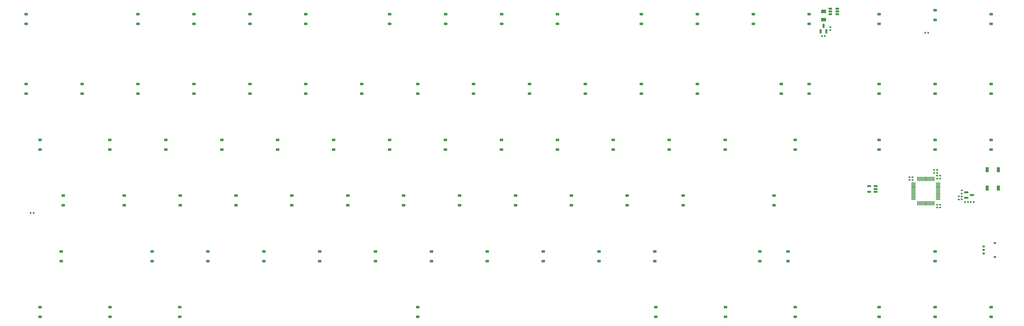
<source format=gbr>
%TF.GenerationSoftware,KiCad,Pcbnew,(7.99.0-267-g8440d7258b)*%
%TF.CreationDate,2023-05-05T04:19:59-07:00*%
%TF.ProjectId,1_2og_repro,315f326f-675f-4726-9570-726f2e6b6963,rev?*%
%TF.SameCoordinates,Original*%
%TF.FileFunction,Paste,Bot*%
%TF.FilePolarity,Positive*%
%FSLAX46Y46*%
G04 Gerber Fmt 4.6, Leading zero omitted, Abs format (unit mm)*
G04 Created by KiCad (PCBNEW (7.99.0-267-g8440d7258b)) date 2023-05-05 04:19:59*
%MOMM*%
%LPD*%
G01*
G04 APERTURE LIST*
G04 Aperture macros list*
%AMRoundRect*
0 Rectangle with rounded corners*
0 $1 Rounding radius*
0 $2 $3 $4 $5 $6 $7 $8 $9 X,Y pos of 4 corners*
0 Add a 4 corners polygon primitive as box body*
4,1,4,$2,$3,$4,$5,$6,$7,$8,$9,$2,$3,0*
0 Add four circle primitives for the rounded corners*
1,1,$1+$1,$2,$3*
1,1,$1+$1,$4,$5*
1,1,$1+$1,$6,$7*
1,1,$1+$1,$8,$9*
0 Add four rect primitives between the rounded corners*
20,1,$1+$1,$2,$3,$4,$5,0*
20,1,$1+$1,$4,$5,$6,$7,0*
20,1,$1+$1,$6,$7,$8,$9,0*
20,1,$1+$1,$8,$9,$2,$3,0*%
G04 Aperture macros list end*
%ADD10RoundRect,0.225000X0.375000X-0.225000X0.375000X0.225000X-0.375000X0.225000X-0.375000X-0.225000X0*%
%ADD11RoundRect,0.075000X0.075000X-0.662500X0.075000X0.662500X-0.075000X0.662500X-0.075000X-0.662500X0*%
%ADD12RoundRect,0.075000X0.662500X-0.075000X0.662500X0.075000X-0.662500X0.075000X-0.662500X-0.075000X0*%
%ADD13RoundRect,0.140000X-0.140000X-0.170000X0.140000X-0.170000X0.140000X0.170000X-0.140000X0.170000X0*%
%ADD14RoundRect,0.140000X-0.170000X0.140000X-0.170000X-0.140000X0.170000X-0.140000X0.170000X0.140000X0*%
%ADD15RoundRect,0.135000X0.135000X0.185000X-0.135000X0.185000X-0.135000X-0.185000X0.135000X-0.185000X0*%
%ADD16RoundRect,0.135000X0.185000X-0.135000X0.185000X0.135000X-0.185000X0.135000X-0.185000X-0.135000X0*%
%ADD17RoundRect,0.140000X0.170000X-0.140000X0.170000X0.140000X-0.170000X0.140000X-0.170000X-0.140000X0*%
%ADD18RoundRect,0.150000X0.512500X0.150000X-0.512500X0.150000X-0.512500X-0.150000X0.512500X-0.150000X0*%
%ADD19R,1.000000X1.700000*%
%ADD20RoundRect,0.150000X0.150000X-0.587500X0.150000X0.587500X-0.150000X0.587500X-0.150000X-0.587500X0*%
%ADD21RoundRect,0.140000X0.140000X0.170000X-0.140000X0.170000X-0.140000X-0.170000X0.140000X-0.170000X0*%
%ADD22RoundRect,0.150000X-0.587500X-0.150000X0.587500X-0.150000X0.587500X0.150000X-0.587500X0.150000X0*%
%ADD23RoundRect,0.150000X0.475000X0.150000X-0.475000X0.150000X-0.475000X-0.150000X0.475000X-0.150000X0*%
%ADD24RoundRect,0.250000X-0.625000X0.375000X-0.625000X-0.375000X0.625000X-0.375000X0.625000X0.375000X0*%
%ADD25RoundRect,0.135000X-0.135000X-0.185000X0.135000X-0.185000X0.135000X0.185000X-0.135000X0.185000X0*%
%ADD26RoundRect,0.150000X-0.275000X0.150000X-0.275000X-0.150000X0.275000X-0.150000X0.275000X0.150000X0*%
%ADD27RoundRect,0.175000X-0.225000X0.175000X-0.225000X-0.175000X0.225000X-0.175000X0.225000X0.175000X0*%
G04 APERTURE END LIST*
D10*
%TO.C,D9*%
X205455115Y-26413638D03*
X205455115Y-23113638D03*
%TD*%
%TO.C,D47*%
X286280115Y-69213638D03*
X286280115Y-65913638D03*
%TD*%
D11*
%TO.C,U2*%
X333456115Y-87577138D03*
X332956115Y-87577138D03*
X332456115Y-87577138D03*
X331956115Y-87577138D03*
X331456115Y-87577138D03*
X330956115Y-87577138D03*
X330456115Y-87577138D03*
X329956115Y-87577138D03*
X329456115Y-87577138D03*
X328956115Y-87577138D03*
X328456115Y-87577138D03*
X327956115Y-87577138D03*
D12*
X326543615Y-86164638D03*
X326543615Y-85664638D03*
X326543615Y-85164638D03*
X326543615Y-84664638D03*
X326543615Y-84164638D03*
X326543615Y-83664638D03*
X326543615Y-83164638D03*
X326543615Y-82664638D03*
X326543615Y-82164638D03*
X326543615Y-81664638D03*
X326543615Y-81164638D03*
X326543615Y-80664638D03*
D11*
X327956115Y-79252138D03*
X328456115Y-79252138D03*
X328956115Y-79252138D03*
X329456115Y-79252138D03*
X329956115Y-79252138D03*
X330456115Y-79252138D03*
X330956115Y-79252138D03*
X331456115Y-79252138D03*
X331956115Y-79252138D03*
X332456115Y-79252138D03*
X332956115Y-79252138D03*
X333456115Y-79252138D03*
D12*
X334868615Y-80664638D03*
X334868615Y-81164638D03*
X334868615Y-81664638D03*
X334868615Y-82164638D03*
X334868615Y-82664638D03*
X334868615Y-83164638D03*
X334868615Y-83664638D03*
X334868615Y-84164638D03*
X334868615Y-84664638D03*
X334868615Y-85164638D03*
X334868615Y-85664638D03*
X334868615Y-86164638D03*
%TD*%
D10*
%TO.C,D5*%
X119865534Y-26418485D03*
X119865534Y-23118485D03*
%TD*%
D13*
%TO.C,C11*%
X346004000Y-87120000D03*
X346964000Y-87120000D03*
%TD*%
D10*
%TO.C,D45*%
X243445115Y-69213638D03*
X243445115Y-65913638D03*
%TD*%
%TO.C,D75*%
X274310115Y-107253638D03*
X274310115Y-103953638D03*
%TD*%
%TO.C,D2*%
X62805534Y-26418485D03*
X62805534Y-23118485D03*
%TD*%
%TO.C,D28*%
X233985115Y-50193638D03*
X233985115Y-46893638D03*
%TD*%
%TO.C,D12*%
X272055115Y-26413638D03*
X272055115Y-23113638D03*
%TD*%
%TO.C,D73*%
X219585115Y-107253638D03*
X219585115Y-103953638D03*
%TD*%
%TO.C,D22*%
X119865115Y-50193638D03*
X119865115Y-46893638D03*
%TD*%
%TO.C,D78*%
X333875115Y-107253638D03*
X333875115Y-103953638D03*
%TD*%
%TO.C,D31*%
X314855115Y-50193638D03*
X314855115Y-46893638D03*
%TD*%
%TO.C,D67*%
X105585115Y-107253638D03*
X105585115Y-103953638D03*
%TD*%
%TO.C,D4*%
X100845534Y-26418485D03*
X100845534Y-23118485D03*
%TD*%
%TO.C,D11*%
X253005115Y-26413638D03*
X253005115Y-23113638D03*
%TD*%
%TO.C,D87*%
X333875115Y-126273638D03*
X333875115Y-122973638D03*
%TD*%
%TO.C,D44*%
X224425115Y-69213638D03*
X224425115Y-65913638D03*
%TD*%
D14*
%TO.C,C12*%
X342900000Y-85243000D03*
X342900000Y-86203000D03*
%TD*%
D15*
%TO.C,R5*%
X331472000Y-29464000D03*
X330452000Y-29464000D03*
%TD*%
D10*
%TO.C,D6*%
X148395115Y-26413638D03*
X148395115Y-23113638D03*
%TD*%
%TO.C,D33*%
X352895115Y-50193638D03*
X352895115Y-46893638D03*
%TD*%
%TO.C,D21*%
X100845115Y-50193638D03*
X100845115Y-46893638D03*
%TD*%
%TO.C,D16*%
X352895115Y-26413638D03*
X352895115Y-23113638D03*
%TD*%
%TO.C,D15*%
X333875115Y-25018000D03*
X333875115Y-21718000D03*
%TD*%
%TO.C,D8*%
X186435115Y-26413638D03*
X186435115Y-23113638D03*
%TD*%
D16*
%TO.C,R2*%
X342900000Y-84201000D03*
X342900000Y-83181000D03*
%TD*%
D10*
%TO.C,D52*%
X58135115Y-88233638D03*
X58135115Y-84933638D03*
%TD*%
%TO.C,D66*%
X86585115Y-107253638D03*
X86585115Y-103953638D03*
%TD*%
%TO.C,D58*%
X172155115Y-88233638D03*
X172155115Y-84933638D03*
%TD*%
%TO.C,D41*%
X167365115Y-69213638D03*
X167365115Y-65913638D03*
%TD*%
%TO.C,D42*%
X186385115Y-69213638D03*
X186385115Y-65913638D03*
%TD*%
D17*
%TO.C,C7*%
X325120000Y-79601000D03*
X325120000Y-78641000D03*
%TD*%
D10*
%TO.C,D1*%
X24765115Y-26413638D03*
X24765115Y-23113638D03*
%TD*%
%TO.C,D20*%
X81825115Y-50193638D03*
X81825115Y-46893638D03*
%TD*%
%TO.C,D54*%
X96135115Y-88233638D03*
X96135115Y-84933638D03*
%TD*%
%TO.C,D19*%
X62805115Y-50193638D03*
X62805115Y-46893638D03*
%TD*%
%TO.C,D62*%
X248175115Y-88233638D03*
X248175115Y-84933638D03*
%TD*%
%TO.C,D40*%
X148345115Y-69213638D03*
X148345115Y-65913638D03*
%TD*%
%TO.C,D51*%
X37338000Y-88233638D03*
X37338000Y-84933638D03*
%TD*%
%TO.C,D3*%
X81825534Y-26418485D03*
X81825534Y-23118485D03*
%TD*%
%TO.C,D35*%
X53245115Y-69213638D03*
X53245115Y-65913638D03*
%TD*%
%TO.C,D50*%
X352895115Y-69213638D03*
X352895115Y-65913638D03*
%TD*%
%TO.C,D88*%
X352895115Y-126273638D03*
X352895115Y-122973638D03*
%TD*%
%TO.C,D76*%
X283820115Y-107253638D03*
X283820115Y-103953638D03*
%TD*%
%TO.C,D10*%
X233985115Y-26413638D03*
X233985115Y-23113638D03*
%TD*%
D17*
%TO.C,C5*%
X334518000Y-79121000D03*
X334518000Y-78161000D03*
%TD*%
%TO.C,C6*%
X334518000Y-88999000D03*
X334518000Y-88039000D03*
%TD*%
D10*
%TO.C,D71*%
X181585115Y-107253638D03*
X181585115Y-103953638D03*
%TD*%
%TO.C,D48*%
X314855115Y-69213638D03*
X314855115Y-65913638D03*
%TD*%
D18*
%TO.C,U4*%
X313684500Y-81727000D03*
X313684500Y-82677000D03*
X313684500Y-83627000D03*
X311409500Y-83627000D03*
X311409500Y-81727000D03*
%TD*%
D10*
%TO.C,D86*%
X314855115Y-126273638D03*
X314855115Y-122973638D03*
%TD*%
%TO.C,D84*%
X262607615Y-126273638D03*
X262607615Y-122973638D03*
%TD*%
D17*
%TO.C,C9*%
X298196000Y-28498500D03*
X298196000Y-27538500D03*
%TD*%
D10*
%TO.C,D57*%
X153135115Y-88233638D03*
X153135115Y-84933638D03*
%TD*%
D16*
%TO.C,R3*%
X341884000Y-86233000D03*
X341884000Y-85213000D03*
%TD*%
D10*
%TO.C,D36*%
X72265115Y-69213638D03*
X72265115Y-65913638D03*
%TD*%
%TO.C,D53*%
X77135115Y-88233638D03*
X77135115Y-84933638D03*
%TD*%
%TO.C,D7*%
X167415115Y-26413638D03*
X167415115Y-23113638D03*
%TD*%
D19*
%TO.C,SW92*%
X351545999Y-76072999D03*
X351545999Y-82372999D03*
X355345999Y-76072999D03*
X355345999Y-82372999D03*
%TD*%
D10*
%TO.C,D74*%
X238585115Y-107253638D03*
X238585115Y-103953638D03*
%TD*%
D20*
%TO.C,U1*%
X296860000Y-28956000D03*
X294960000Y-28956000D03*
X295910000Y-27081000D03*
%TD*%
D10*
%TO.C,D25*%
X176925115Y-50193638D03*
X176925115Y-46893638D03*
%TD*%
%TO.C,D59*%
X191175115Y-88233638D03*
X191175115Y-84933638D03*
%TD*%
%TO.C,D65*%
X67585115Y-107253638D03*
X67585115Y-103953638D03*
%TD*%
D17*
%TO.C,C4*%
X334555500Y-77188000D03*
X334555500Y-76228000D03*
%TD*%
D10*
%TO.C,D68*%
X124585115Y-107253638D03*
X124585115Y-103953638D03*
%TD*%
%TO.C,D79*%
X29515115Y-126273638D03*
X29515115Y-122973638D03*
%TD*%
%TO.C,D32*%
X333875115Y-50193638D03*
X333875115Y-46893638D03*
%TD*%
%TO.C,D23*%
X138885115Y-50193638D03*
X138885115Y-46893638D03*
%TD*%
%TO.C,D26*%
X195945115Y-50193638D03*
X195945115Y-46893638D03*
%TD*%
D17*
%TO.C,C8*%
X333502000Y-77188000D03*
X333502000Y-76228000D03*
%TD*%
D10*
%TO.C,D63*%
X279095088Y-88233669D03*
X279095088Y-84933669D03*
%TD*%
D21*
%TO.C,C10*%
X296390000Y-30558500D03*
X295430000Y-30558500D03*
%TD*%
D17*
%TO.C,C3*%
X326136000Y-79601000D03*
X326136000Y-78641000D03*
%TD*%
D10*
%TO.C,D27*%
X214965115Y-50193638D03*
X214965115Y-46893638D03*
%TD*%
%TO.C,D72*%
X200585115Y-107253638D03*
X200585115Y-103953638D03*
%TD*%
%TO.C,D64*%
X36665115Y-107253638D03*
X36665115Y-103953638D03*
%TD*%
%TO.C,D18*%
X43785115Y-50193638D03*
X43785115Y-46893638D03*
%TD*%
%TO.C,D56*%
X134135115Y-88233638D03*
X134135115Y-84933638D03*
%TD*%
%TO.C,D80*%
X53257615Y-126273638D03*
X53257615Y-122973638D03*
%TD*%
%TO.C,D43*%
X205405115Y-69213638D03*
X205405115Y-65913638D03*
%TD*%
%TO.C,D82*%
X157916529Y-126270498D03*
X157916529Y-122970498D03*
%TD*%
%TO.C,D55*%
X115135115Y-88233638D03*
X115135115Y-84933638D03*
%TD*%
%TO.C,D85*%
X286325115Y-126273638D03*
X286325115Y-122973638D03*
%TD*%
D22*
%TO.C,Q1*%
X344502500Y-85705500D03*
X344502500Y-83805500D03*
X346377500Y-84755500D03*
%TD*%
D10*
%TO.C,D61*%
X229175115Y-88233638D03*
X229175115Y-84933638D03*
%TD*%
%TO.C,D49*%
X333875115Y-69213638D03*
X333875115Y-65913638D03*
%TD*%
D23*
%TO.C,U3*%
X300609000Y-21244000D03*
X300609000Y-22194000D03*
X300609000Y-23144000D03*
X298259000Y-23144000D03*
X298259000Y-22194000D03*
X298259000Y-21244000D03*
%TD*%
D10*
%TO.C,D77*%
X291060115Y-50193638D03*
X291060115Y-46893638D03*
%TD*%
%TO.C,D81*%
X76960115Y-126273638D03*
X76960115Y-122973638D03*
%TD*%
%TO.C,D70*%
X162585115Y-107253638D03*
X162585115Y-103953638D03*
%TD*%
%TO.C,D69*%
X143585115Y-107253638D03*
X143585115Y-103953638D03*
%TD*%
%TO.C,D46*%
X262465115Y-69213638D03*
X262465115Y-65913638D03*
%TD*%
%TO.C,D30*%
X281550115Y-50193638D03*
X281550115Y-46893638D03*
%TD*%
D24*
%TO.C,F1*%
X295910000Y-22194000D03*
X295910000Y-24994000D03*
%TD*%
D10*
%TO.C,D17*%
X24765115Y-50193638D03*
X24765115Y-46893638D03*
%TD*%
D25*
%TO.C,R1*%
X344041000Y-87120000D03*
X345061000Y-87120000D03*
%TD*%
D10*
%TO.C,D39*%
X129325115Y-69213638D03*
X129325115Y-65913638D03*
%TD*%
%TO.C,D13*%
X291075115Y-26413638D03*
X291075115Y-23113638D03*
%TD*%
%TO.C,D29*%
X253005115Y-50193638D03*
X253005115Y-46893638D03*
%TD*%
D17*
%TO.C,C1*%
X335534000Y-79121000D03*
X335534000Y-78161000D03*
%TD*%
D10*
%TO.C,D14*%
X314855115Y-26413638D03*
X314855115Y-23113638D03*
%TD*%
%TO.C,D60*%
X210175115Y-88233638D03*
X210175115Y-84933638D03*
%TD*%
D17*
%TO.C,C2*%
X335534000Y-88999000D03*
X335534000Y-88039000D03*
%TD*%
D10*
%TO.C,D83*%
X238880115Y-126273638D03*
X238880115Y-122973638D03*
%TD*%
%TO.C,D34*%
X29495115Y-69213638D03*
X29495115Y-65913638D03*
%TD*%
D26*
%TO.C,J1*%
X350423000Y-102273000D03*
X350423000Y-103473000D03*
X350423000Y-104673000D03*
D27*
X354198000Y-101123000D03*
X354198000Y-105823000D03*
%TD*%
D10*
%TO.C,D38*%
X110305115Y-69213638D03*
X110305115Y-65913638D03*
%TD*%
%TO.C,D37*%
X91285115Y-69213638D03*
X91285115Y-65913638D03*
%TD*%
%TO.C,D24*%
X157905115Y-50193638D03*
X157905115Y-46893638D03*
%TD*%
D15*
%TO.C,R4*%
X27307000Y-90805000D03*
X26287000Y-90805000D03*
%TD*%
M02*

</source>
